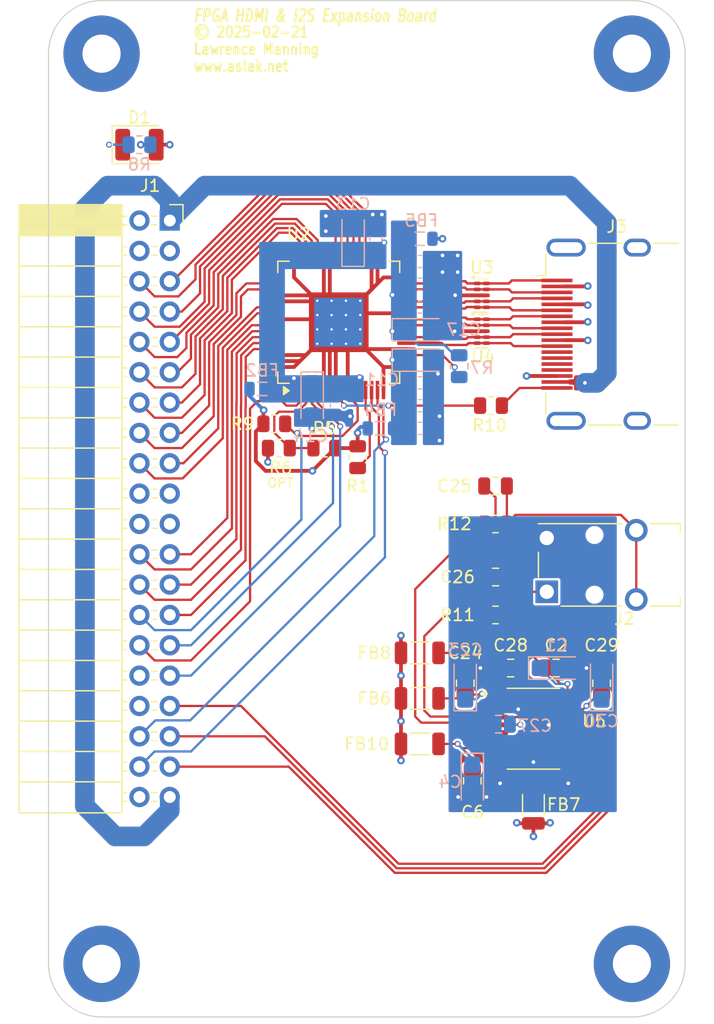
<source format=kicad_pcb>
(kicad_pcb (version 20241229) (generator "pcbnew") (generator_version "9.0")
  (layers (0 "F.Cu" signal) (4 "In1.Cu" power "Vcc") (6 "In2.Cu" power "GND") (2 "B.Cu" signal) (13 "F.Paste" user) (15 "B.Paste" user) (5 "F.SilkS" user "F.Silkscreen") (7 "B.SilkS" user "B.Silkscreen") (1 "F.Mask" user) (3 "B.Mask" user) (25 "Edge.Cuts" user))
  (net 0 "")
  (net 1 "+3V3")
  (net 2 "GND")
  (net 3 "/BLUE1")
  (net 4 "/RED3")
  (net 5 "/HSYNC")
  (net 6 "/GREEN0")
  (net 7 "/BLUE5")
  (net 8 "/GREEN1")
  (net 9 "/GREEN3")
  (net 10 "/RED1")
  (net 11 "/RED4")
  (net 12 "/RED2")
  (net 13 "/I2S/DVDD")
  (net 14 "/VSYNC")
  (net 15 "/GREEN2")
  (net 17 "/GREEN5")
  (net 19 "/RED0")
  (net 20 "/BLUE4")
  (net 21 "/I2S/AVDD")
  (net 23 "/RED5")
  (net 25 "/GREEN4")
  (net 26 "GNDA")
  (net 27 "/I2S/CPVDD")
  (net 28 "/BLUE0")
  (net 29 "Net-(C25-Pad1)")
  (net 30 "/BLUE3")
  (net 31 "/BLUE2")
  (net 32 "Net-(C26-Pad1)")
  (net 33 "Net-(U5-VNEG)")
  (net 34 "Net-(U5-CAPP)")
  (net 35 "Net-(U5-CAPM)")
  (net 36 "/I2S/LDOO")
  (net 37 "/I2SDIN")
  (net 40 "Net-(D1-K)")
  (net 42 "+5V")
  (net 45 "/MSEN")
  (net 46 "Net-(J3-HPD)")
  (net 47 "/PVDD")
  (net 48 "Net-(U2-VREF)")
  (net 49 "Net-(U2-TFADJ)")
  (net 50 "/HDMICLK")
  (net 51 "/D0+")
  (net 52 "/D0-")
  (net 53 "/D1-")
  (net 54 "/D2-")
  (net 55 "/DC+")
  (net 56 "/DC-")
  (net 57 "/D1+")
  (net 58 "/D2+")
  (net 59 "/DE")
  (net 60 "/HPD")
  (net 61 "/I2CSDA")
  (net 62 "/DVDD")
  (net 63 "/TVDD")
  (net 64 "/I2CSCL")
  (net 65 "/I2SBCK")
  (net 66 "/I2SLRCK")
  (net 67 "Net-(U2-ISEL{slash}~RST)")
  (net 68 "Net-(U5-OUTL)")
  (net 69 "Net-(U5-OUTR)")
  (footprint "Resistor_SMD:R_0805_2012Metric" (layer "F.Cu") (at 97.028 100.838)
    (property "Reference" "R9")
    (property "Value" "5K")
  )
  (footprint "Package_SO:TSSOP-20_4.4x6.5mm_P0.65mm" (layer "F.Cu") (at 118.745 126.365)
    (property "Reference" "U5")
    (property "Value" "PCM5100A")
  )
  (footprint "Connector_Audio:Jack_3.5mm_Switronic_ST-005-G_horizontal" (layer "F.Cu") (at 126.365 112.649 180)
    (property "Reference" "J2")
    (property "Value" "STEREO_AUDIOJACK")
  )
  (footprint "Inductor_SMD:L_1206_3216Metric" (layer "F.Cu") (at 109.22 120.015 180)
    (property "Reference" "FB8")
    (property "Value" "Bead")
  )
  (footprint "Capacitor_SMD:C_0805_2012Metric" (layer "F.Cu") (at 113.03 122.555 90)
    (property "Reference" "C24")
    (property "Value" "0.1u")
  )
  (footprint "MountingHole:MountingHole_3.2mm_M3_Pad" (layer "F.Cu") (at 127 146.05)
    (property "Reference" "H4" (hide yes))
    (property "Value" "HOLE")
  )
  (footprint "Capacitor_SMD:C_0805_2012Metric" (layer "F.Cu") (at 124.46 122.555 -90)
    (property "Reference" "C29")
    (property "Value" "0.1u")
  )
  (footprint "MountingHole:MountingHole_3.2mm_M3_Pad" (layer "F.Cu") (at 82.55 146.05)
    (property "Reference" "H3" (hide yes))
    (property "Value" "HOLE")
  )
  (footprint "Capacitor_SMD:C_0805_2012Metric" (layer "F.Cu") (at 113.625 130.73 -90)
    (property "Reference" "C6")
    (property "Value" "0.1u")
  )
  (footprint "Resistor_SMD:R_0805_2012Metric" (layer "F.Cu") (at 115.189 99.314)
    (property "Reference" "R10")
    (property "Value" "1K")
  )
  (footprint "Connector_PinSocket_2.54mm:PinSocket_2x20_P2.54mm_Horizontal" (layer "F.Cu") (at 88.265 83.82)
    (property "Reference" "J1")
    (property "Value" "Conn_02x20_Odd_Even")
  )
  (footprint "Capacitor_SMD:C_0805_2012Metric" (layer "F.Cu") (at 116.84 121.285)
    (property "Reference" "C28")
    (property "Value" "2.2u")
  )
  (footprint "Resistor_SMD:R_0805_2012Metric" (layer "F.Cu") (at 101.219 102.87 180)
    (property "Reference" "R5")
    (property "Value" "33K")
  )
  (footprint "Inductor_SMD:L_1206_3216Metric" (layer "F.Cu") (at 109.22 127.635 180)
    (property "Reference" "FB10")
    (property "Value" "Bead")
  )
  (footprint "Resistor_SMD:R_0805_2012Metric" (layer "F.Cu") (at 104.013 103.632 -90)
    (property "Reference" "R1")
    (property "Value" "1K")
  )
  (footprint "Capacitor_SMD:C_0805_2012Metric" (layer "F.Cu") (at 120.65 121.285)
    (property "Reference" "C2")
    (property "Value" "0.1u")
  )
  (footprint "Connector_Video:HDMI_A_Molex_208658-1001_Horizontal" (layer "F.Cu") (at 124.01 93.334)
    (property "Reference" "J3")
    (property "Value" "HDMI_A")
  )
  (footprint "Resistor_SMD:R_0805_2012Metric" (layer "F.Cu") (at 115.57 109.22)
    (property "Reference" "R12")
    (property "Value" "470")
  )
  (footprint "Resistor_SMD:R_0805_2012Metric" (layer "F.Cu") (at 115.57 116.84)
    (property "Reference" "R11")
    (property "Value" "470")
  )
  (footprint "LED_SMD:LED_1210_3225Metric" (layer "F.Cu") (at 85.725 77.47)
    (property "Reference" "D1")
    (property "Value" "POWERLED")
  )
  (footprint "Package_SON:USON-10_2.5x1.0mm_P0.5mm" (layer "F.Cu") (at 114.4175 93.084)
    (property "Reference" "U4")
    (property "Value" "TPD4E02B04DQA")
  )
  (footprint "Package_SON:USON-10_2.5x1.0mm_P0.5mm" (layer "F.Cu") (at 114.4175 90.084)
    (property "Reference" "U3")
    (property "Value" "TPD4E02B04DQA")
  )
  (footprint "Capacitor_SMD:C_0805_2012Metric" (layer "F.Cu") (at 115.57 106.045 180)
    (property "Reference" "C25")
    (property "Value" "10n")
  )
  (footprint "Package_QFP:LQFP-64-1EP_10x10mm_P0.5mm_EP5x5mm_ThermalVias" (layer "F.Cu") (at 102.43 92.334 90)
    (property "Reference" "U2")
    (property "Value" "TFP410PAP")
  )
  (footprint "Inductor_SMD:L_1206_3216Metric" (layer "F.Cu") (at 109.22 123.825 180)
    (property "Reference" "FB6")
    (property "Value" "Bead")
  )
  (footprint "Capacitor_SMD:C_0805_2012Metric" (layer "F.Cu") (at 115.57 113.665 180)
    (property "Reference" "C26")
    (property "Value" "10n")
  )
  (footprint "MountingHole:MountingHole_3.2mm_M3_Pad" (layer "F.Cu") (at 127 69.85)
    (property "Reference" "H2" (hide yes))
    (property "Value" "HOLE")
  )
  (footprint "Resistor_SMD:R_0805_2012Metric" (layer "F.Cu") (at 97.409 102.87)
    (property "Reference" "R6")
    (property "Value" "91K")
  )
  (footprint "Inductor_SMD:L_1206_3216Metric" (layer "F.Cu") (at 118.745 132.715 -90)
    (property "Reference" "FB7")
    (property "Value" "Bead")
  )
  (footprint "MountingHole:MountingHole_3.2mm_M3_Pad" (layer "F.Cu") (at 82.55 69.85)
    (property "Reference" "H1" (hide yes))
    (property "Value" "HOLE")
  )
  (footprint "Capacitor_SMD:C_0603_1608Metric" (layer "B.Cu") (at 109.22 91.059)
    (property "Reference" "C19" (hide yes))
    (property "Value" "100n")
  )
  (footprint "Capacitor_Tantalum_SMD:CP_EIA-3216-18_Kemet-A" (layer "B.Cu") (at 120.65 121.285)
    (property "Reference" "C1")
    (property "Value" "10u")
  )
  (footprint "Capacitor_SMD:C_0805_2012Metric" (layer "B.Cu") (at 115.824 125.984 180)
    (property "Reference" "C27")
    (property "Value" "2.2u")
  )
  (footprint "Inductor_SMD:L_0805_2012Metric" (layer "B.Cu") (at 105.918 101.219 180)
    (property "Reference" "FB4")
    (property "Value" "Bead")
  )
  (footprint "Inductor_SMD:L_0805_2012Metric" (layer "B.Cu") (at 109.22 85.344)
    (property "Reference" "FB5")
    (property "Value" "Bead")
  )
  (footprint "Capacitor_Tantalum_SMD:CP_EIA-3216-18_Kemet-A" (layer "B.Cu") (at 100.203 98.806 -90)
    (property "Reference" "C14")
    (property "Value" "10u")
  )
  (footprint "Resistor_SMD:R_0805_2012Metric" (layer "B.Cu") (at 85.725 77.47)
    (property "Reference" "R8")
    (property "Value" "1K")
  )
  (footprint "Capacitor_SMD:C_0603_1608Metric" (layer "B.Cu") (at 109.22 99.314)
    (property "Reference" "C12" (hide yes))
    (property "Value" "100n")
  )
  (footprint "Capacitor_Tantalum_SMD:CP_EIA-3216-18_Kemet-A" (layer "B.Cu") (at 103.632 85.344 90)
    (property "Reference" "C13")
    (property "Value" "10u")
  )
  (footprint "Capacitor_Tantalum_SMD:CP_EIA-3216-18_Kemet-A" (layer "B.Cu") (at 113.625 130.73 -90)
    (property "Reference" "C4")
    (property "Value" "10u")
  )
  (footprint "Capacitor_SMD:C_0603_1608Metric" (layer "B.Cu") (at 109.22 87.249)
    (property "Reference" "C22" (hide yes))
    (property "Value" "100n")
  )
  (footprint "Capacitor_SMD:C_0603_1608Metric" (layer "B.Cu") (at 105.537 85.344 90)
    (property "Reference" "C16" (hide yes))
    (property "Value" "100n")
  )
  (footprint "Capacitor_Tantalum_SMD:CP_EIA-3216-18_Kemet-A" (layer "B.Cu") (at 109.22 95.504)
    (property "Reference" "C11")
    (property "Value" "10u")
  )
  (footprint "Capacitor_Tantalum_SMD:CP_EIA-3216-18_Kemet-A" (layer "B.Cu") (at 113.03 122.555 90)
    (property "Reference" "C23")
    (property "Value" "10u")
  )
  (footprint "Inductor_SMD:L_0805_2012Metric" (layer "B.Cu") (at 96.012 97.917 180)
    (property "Reference" "FB2")
    (property "Value" "Bead")
  )
  (footprint "Capacitor_SMD:C_0603_1608Metric" (layer "B.Cu") (at 102.235 99.314 -90)
    (property "Reference" "C15" (hide yes))
    (property "Value" "100n")
  )
  (footprint "Capacitor_Tantalum_SMD:CP_EIA-3216-18_Kemet-A" (layer "B.Cu") (at 124.46 122.555 90)
    (property "Reference" "C30")
    (property "Value" "10u")
  )
  (footprint "Capacitor_SMD:C_0603_1608Metric" (layer "B.Cu") (at 109.22 89.154)
    (property "Reference" "C18" (hide yes))
    (property "Value" "100n")
  )
  (footprint "Capacitor_SMD:C_0603_1608Metric" (layer "B.Cu") (at 109.22 97.409)
    (property "Reference" "C20" (hide yes))
    (property "Value" "100n")
  )
  (footprint "Resistor_SMD:R_0805_2012Metric" (layer "B.Cu") (at 112.522 96.012 -90)
    (property "Reference" "R7")
    (property "Value" "510")
  )
  (footprint "Capacitor_Tantalum_SMD:CP_EIA-3216-18_Kemet-A" (layer "B.Cu") (at 109.22 92.964)
    (property "Reference" "C17")
    (property "Value" "10u")
  )
  (footprint "Capacitor_SMD:C_0603_1608Metric" (layer "B.Cu") (at 109.22 101.219)
    (property "Reference" "C21" (hide yes))
    (property "Value" "100n")
  )
  (gr_arc (start 82.55 150.495) (mid 79.40691 149.19309) (end 78.105 146.05) (stroke (width 0.1)) (layer "Edge.Cuts"))
  (gr_line (start 78.105 69.85) (end 78.105 146.05) (stroke (width 0.1)) (layer "Edge.Cuts"))
  (gr_arc (start 131.456224 146.049885) (mid 130.175007 149.191115) (end 127.043134 150.495039) (stroke (width 0.1)) (layer "Edge.Cuts"))
  (gr_arc (start 127.043131 65.404885) (mid 130.174997 66.708788) (end 131.456221 69.85) (stroke (width 0.1)) (layer "Edge.Cuts"))
  (gr_arc (start 78.105 69.85) (mid 79.40691 66.70691) (end 82.55 65.405) (stroke (width 0.1)) (layer "Edge.Cuts"))
  (gr_line (start 82.55 65.405) (end 127.043131 65.404885) (stroke (width 0.1)) (layer "Edge.Cuts"))
  (gr_line (start 127.043134 150.495) (end 82.55 150.495) (stroke (width 0.1)) (layer "Edge.Cuts"))
  (gr_line (start 131.456224 69.849885) (end 131.456224 146.049885) (stroke (width 0.1)) (layer "Edge.Cuts"))
  (gr_text "© 2025-02-21\nLawrence Manning\nwww.aslak.net" (at 90.17 69.469 0) (layer "F.SilkS") (effects (font (size 0.889 0.762) (thickness 0.1778) (bold yes)) (justify left)))
  (gr_text "OPT" (at 97.536 105.791 0) (layer "F.SilkS") (effects (font (size 0.762 0.762) (thickness 0.127) (bold yes))))
  (gr_text "FPGA HDMI & I2S Expansion Board" (at 90.17 66.675 0) (layer "F.SilkS") (effects (font (size 1.016 0.762) (thickness 0.1905) (bold yes) (italic yes)) (justify left)))
  (segment (start 107.645 121.92) (end 107.645 123.825) (width 0.3175) (layer "F.Cu") (net 1))
  (segment (start 100.2265 104.775) (end 102.1315 102.87) (width 0.3175) (layer "F.Cu") (net 1))
  (segment (start 87.125 77.47) (end 88.265 77.47) (width 0.3175) (layer "F.Cu") (net 1))
  (segment (start 104.013 101.6) (end 104.013 102.7195) (width 0.3175) (layer "F.Cu") (net 1))
  (segment (start 95.4805 101.473) (end 96.1155 100.838) (width 0.3175) (layer "F.Cu") (net 1))
  (segment (start 102.1315 102.87) (end 103.8625 102.87) (width 0.3175) (layer "F.Cu") (net 1))
  (segment (start 103.8625 102.87) (end 104.013 102.7195) (width 0.3175) (layer "F.Cu") (net 1))
  (segment (start 95.4805 103.963427) (end 95.4805 101.473) (width 0.3175) (layer "F.Cu") (net 1))
  (segment (start 107.645 118.567) (end 107.645 120.015) (width 0.3175) (layer "F.Cu") (net 1))
  (segment (start 96.1155 100.631) (end 96.092 100.6075) (width 0.3175) (layer "F.Cu") (net 1))
  (segment (start 96.1155 99.7185) (end 96.1155 100.838) (width 0.3175) (layer "F.Cu") (net 1))
  (segment (start 96.139 99.695) (end 96.1155 99.7185) (width 0.3175) (layer "F.Cu") (net 1))
  (segment (start 100.2265 104.775) (end 96.292073 104.775) (width 0.3175) (layer "F.Cu") (net 1))
  (segment (start 107.645 120.015) (end 107.645 121.92) (width 0.3175) (layer "F.Cu") (net 1))
  (segment (start 96.292073 104.775) (end 95.4805 103.963427) (width 0.3175) (layer "F.Cu") (net 1))
  (segment (start 107.645 123.825) (end 107.645 127.635) (width 0.3175) (layer "F.Cu") (net 1))
  (segment (start 107.645 129.032) (end 107.645 127.635) (width 0.3175) (layer "F.Cu") (net 1))
  (segment (start 96.1155 100.838) (end 96.1155 100.631) (width 0.3175) (layer "F.Cu") (net 1))
  (via (at 88.265 77.47) (size 0.635) (drill 0.3048) (layers "F.Cu" "B.Cu") (net 1))
  (via (at 111.125 85.344) (size 0.635) (drill 0.3048) (layers "F.Cu" "B.Cu") (net 1))
  (via (at 107.645 129.032) (size 0.635) (drill 0.3048) (layers "F.Cu" "B.Cu") (net 1))
  (via (at 104.013 101.6) (size 0.635) (drill 0.3048) (layers "F.Cu" "B.Cu") (net 1))
  (via (at 96.139 99.695) (size 0.635) (drill 0.3048) (layers "F.Cu" "B.Cu") (net 1))
  (via (at 107.645 118.567) (size 0.635) (drill 0.3048) (layers "F.Cu" "B.Cu") (net 1))
  (via (at 100.2265 104.775) (size 0.635) (drill 0.3048) (layers "F.Cu" "B.Cu") (net 1))
  (via (at 107.645 121.92) (size 0.635) (drill 0.3048) (layers "F.Cu" "B.Cu") (net 1))
  (via (at 107.645 125.73) (size 0.635) (drill 0.3048) (layers "F.Cu" "B.Cu") (net 1))
  (segment (start 104.267 101.092) (end 104.7285 101.092) (width 0.3175) (layer "B.Cu") (net 1))
  (segment (start 104.013 101.346) (end 104.267 101.092) (width 0.3175) (layer "B.Cu") (net 1))
  (segment (start 94.9495 98.5055) (end 94.9495 97.917) (width 0.3175) (layer "B.Cu") (net 1))
  (segment (start 104.7285 101.092) (end 104.8555 101.219) (width 0.3175) (layer "B.Cu") (net 1))
  (segment (start 96.139 99.695) (end 94.9495 98.5055) (width 0.3175) (layer "B.Cu") (net 1))
  (segment (start 110.2825 85.344) (end 111.125 85.344) (width 0.3175) (layer "B.Cu") (net 1))
  (segment (start 104.013 101.6) (end 104.013 101.346) (width 0.3175) (layer "B.Cu") (net 1))
  (segment (start 106.18 96.084) (end 106.18 98.034) (width 0.3175) (layer "F.Cu") (net 2))
  (segment (start 118.745 134.29) (end 117.399 134.29) (width 0.3175) (layer "F.Cu") (net 2))
  (segment (start 123.3 89.3) (end 123.266 89.334) (width 0.3175) (layer "F.Cu") (net 2))
  (segment (start 112.148 93.084) (end 114.0325 93.084) (width 0.3175) (layer "F.Cu") (net 2))
  (segment (start 123.266 92.334) (end 121.355 92.334) (width 0.3175) (layer "F.Cu") (net 2))
  (segment (start 114.0325 90.084) (end 114.8025 90.084) (width 0.3175) (layer "F.Cu") (net 2))
  (segment (start 105.18 89.584) (end 105.18 86.659) (width 0.3175) (layer "F.Cu") (net 2))
  (segment (start 112.182 90.07) (end 112.196 90.084) (width 0.3175) (layer "F.Cu") (net 2))
  (segment (start 104.38 91.584) (end 104.23 91.734) (width 0.3175) (layer "F.Cu") (net 2))
  (segment (start 96.755 95.084) (end 99.68 95.084) (width 0.3175) (layer "F.Cu") (net 2))
  (segment (start 123.284 93.834) (end 121.355 93.834) (width 0.3175) (layer "F.Cu") (net 2))
  (segment (start 105.68 89.084) (end 105.68 86.659) (width 0.3175) (layer "F.Cu") (net 2))
  (segment (start 104.23 90.534) (end 105.18 89.584) (width 0.3175) (layer "F.Cu") (net 2))
  (segment (start 118.745 134.29) (end 120.091 134.29) (width 0.3175) (layer "F.Cu") (net 2))
  (segment (start 123.3 93.85) (end 123.284 93.834) (width 0.3175) (layer "F.Cu") (net 2))
  (segment (start 108.105 94.584) (end 104.68 94.584) (width 0.3175) (layer "F.Cu") (net 2))
  (segment (start 118.17 96.834) (end 120.725 96.834) (width 0.3175) (layer "F.Cu") (net 2))
  (segment (start 96.755 96.084) (end 98.68 96.084) (width 0.3175) (layer "F.Cu") (net 2))
  (segment (start 123.3 90.9) (end 123.234 90.834) (width 0.3175) (layer "F.Cu") (net 2))
  (segment (start 108.105 88.584) (end 106.18 88.584) (width 0.3175) (layer "F.Cu") (net 2))
  (segment (start 104.68 94.584) (end 104.23 94.134) (width 0.3175) (layer "F.Cu") (net 2))
  (segment (start 96.4965 104.0365) (end 96.4965 102.87) (width 0.3175) (layer "F.Cu") (net 2))
  (segment (start 103.18 98.009) (end 103.18 94.284) (width 0.3175) (layer "F.Cu") (net 2))
  (segment (start 101.68 98.009) (end 101.68 94.284) (width 0.3175) (layer "F.Cu") (net 2))
  (segment (start 106.18 88.584) (end 104.23 90.534) (width 0.3175) (layer "F.Cu") (net 2))
  (segment (start 101.18 91.084) (end 101.18 86.659) (width 0.3175) (layer "F.Cu") (net 2))
  (segment (start 120.091 134.29) (end 120.142 134.239) (width 0.3175) (layer "F.Cu") (net 2))
  (segment (start 102.18 98.009) (end 102.18 94.484) (width 0.3175) (layer "F.Cu") (net 2))
  (segment (start 117.399 134.29) (end 117.348 134.239) (width 0.3175) (layer "F.Cu") (net 2))
  (segment (start 112.196 90.084) (end 114.0325 90.084) (width 0.3175) (layer "F.Cu") (net 2))
  (segment (start 100.58 90.584) (end 96.755 90.584) (width 0.3175) (layer "F.Cu") (net 2))
  (segment (start 96.755 90.084) (end 100.18 90.084) (width 0.3175) (layer "F.Cu") (net 2))
  (segment (start 101.68 94.284) (end 101.83 94.134) (width 0.3175) (layer "F.Cu") (net 2))
  (segment (start 103.18 94.284) (end 103.03 94.134) (width 0.3175) (layer "F.Cu") (net 2))
  (segment (start 100.18 90.084) (end 100.63 90.534) (width 0.3175) (layer "F.Cu") (net 2))
  (segment (start 99.18 95.584) (end 100.63 94.134) (width 0.3175) (layer "F.Cu") (net 2))
  (segment (start 100.28 92.084) (end 96.73 92.084) (width 0.3175) (layer "F.Cu") (net 2))
  (segment (start 123.234 90.834) (end 121.355 90.834) (width 0.3175) (layer "F.Cu") (net 2))
  (segment (start 100.63 91.734) (end 100.28 92.084) (width 0.3175) (layer "F.Cu") (net 2))
  (segment (start 123.266 89.334) (end 121.355 89.334) (width 0.3175) (layer "F.Cu") (net 2))
  (segment (start 100.93 94.434) (end 100.63 94.134) (width 0.3175) (layer "F.Cu") (net 2))
  (segment (start 102.43 92.334) (end 101.18 91.084) (width 0.3175) (layer "F.Cu") (net 2))
  (segment (start 101.83 90.534) (end 101.68 90.384) (width 0.3175) (layer "F.Cu") (net 2))
  (segment (start 104.23 90.534) (end 105.68 89.084) (width 0.3175) (layer "F.Cu") (net 2))
  (segment (start 100.63 90.534) (end 100.58 90.584) (width 0.3175) (layer "F.Cu") (net 2))
  (segment (start 106.18 96.084) (end 108.13 96.084) (width 0.3175) (layer "F.Cu") (net 2))
  (segment (start 100.63 90.534) (end 98.68 88.584) (width 0.3175) (layer "F.Cu") (net 2))
  (segment (start 101.18 98.009) (end 101.18 94.784) (width 0.3175) (layer "F.Cu") (net 2))
  (segment (start 106.18 96.084) (end 104.23 94.134) (width 0.3175) (layer "F.Cu") (net 2))
  (segment (start 101.18 94.784) (end 101.83 94.134) (width 0.3175) (layer "F.Cu") (net 2))
  (segment (start 101.68 90.384) (end 101.68 86.659) (width 0.3175) (layer "F.Cu") (net 2))
  (segment (start 98.68 88.584) (end 98.68 86.659) (width 0.3175) (layer "F.Cu") (net 2))
  (segment (start 98.68 96.084) (end 100.63 94.134) (width 0.3175) (layer "F.Cu") (net 2))
  (segment (start 108.105 91.584) (end 104.38 91.584) (width 0.3175) (layer "F.Cu") (net 2))
  (segment (start 112.141 93.091) (end 112.148 93.084) (width 0.3175) (layer "F.Cu") (net 2))
  (segment (start 99.68 95.084) (end 100.63 94.134) (width 0.3175) (layer "F.Cu") (net 2))
  (segment (start 96.755 95.584) (end 99.18 95.584) (width 0.3175) (layer "F.Cu") (net 2))
  (segment (start 118.745 134.29) (end 118.745 135.382) (width 0.3175) (layer "F.Cu") (net 2))
  (segment (start 123.3 92.3) (end 123.266 92.334) (width 0.3175) (layer "F.Cu") (net 2))
  (segment (start 102.18 94.484) (end 101.83 94.134) (width 0.3175) (layer "F.Cu") (net 2))
  (segment (start 114.8025 93.084) (end 114.0325 93.084) (width 0.3175) (layer "F.Cu") (net 2))
  (via (at 117.348 134.239) (size 0.635) (drill 0.3048) (layers "F.Cu" "B.Cu") (net 2))
  (via (at 111.125 88.138) (size 0.635) (drill 0.3048) (layers "F.Cu" "B.Cu") (net 2))
  (via (at 123.3 93.85) (size 0.635) (drill 0.3048) (layers "F.Cu" "B.Cu") (net 2))
  (via (at 110.871 100.203) (size 0.635) (drill 0.3048) (layers "F.Cu" "B.Cu") (net 2))
  (via (at 103.378 100.203) (size 0.635) (drill 0.3048) (layers "F.Cu" "B.Cu") (net 2))
  (via (at 123.3 90.9) (size 0.635) (drill 0.3048) (layers "F.Cu" "B.Cu") (net 2))
  (via (at 118.745 135.382) (size 0.635) (drill 0.3048) (layers "F.Cu" "B.Cu") (net 2))
  (via (at 112.395 88.138) (size 0.635) (drill 0.3048) (layers "F.Cu" "B.Cu") (net 2))
  (via (at 112.182 90.07) (size 0.635) (drill 0.3048) (layers "F.Cu" "B.Cu") (net 2))
  (via (at 101.346 84.709) (size 0.635) (drill 0.3048) (layers "F.Cu" "B.Cu") (net 2))
  (via (at 106.045 83.312) (size 0.635) (drill 0.3048) (layers "F.Cu" "B.Cu") (net 2))
  (via (at 85.833 77.47) (size 0.635) (drill 0.3048) (layers "F.Cu" "B.Cu") (net 2))
  (via (at 110.744 96.647) (size 0.635) (drill 0.3048) (layers "F.Cu" "B.Cu") (net 2))
  (via (at 123.3 89.3) (size 0.635) (drill 0.3048) (layers "F.Cu" "B.Cu") (net 2))
  (via (at 110.871 102.235) (size 0.635) (drill 0.3048) (layers "F.Cu" "B.Cu") (net 2))
  (via (at 118.17 96.834) (size 0.635) (drill 0.3048) (layers "F.Cu" "B.Cu") (net 2))
  (via (at 111.125 86.741) (size 0.635) (drill 0.3048) (layers "F.Cu" "B.Cu") (net 2))
  (via (at 100.203 101.219) (size 0.635) (drill 0.3048) (layers "F.Cu" "B.Cu") (net 2))
  (via (at 123.3 92.3) (size 0.635) (drill 0.3048) (layers "F.Cu" "B.Cu") (net 2))
  (via (at 101.346 83.439) (size 0.635) (drill 0.3048) (layers "F.Cu" "B.Cu") (net 2))
  (via (at 112.395 86.741) (size 0.635) (drill 0.3048) (layers "F.Cu" "B.Cu") (net 2))
  (via (at 105.283 83.312) (size 0.635) (drill 0.3048) (layers "F.Cu" "B.Cu") (net 2))
  (via (at 112.141 93.091) (size 0.635) (drill 0.3048) (layers "F.Cu" "B.Cu") (net 2))
  (via (at 120.142 134.239) (size 0.635) (drill 0.3048) (layers "F.Cu" "B.Cu") (net 2))
  (via (at 96.4965 104.0365) (size 0.635) (drill 0.3048) (layers "F.Cu" "B.Cu") (net 2))
  (segment (start 100.203 100.156) (end 100.203 101.219) (width 0.3175) (layer "B.Cu") (net 2))
  (segment (start 86.6375 77.47) (end 85.833 77.47) (width 0.3175) (layer "B.Cu") (net 2))
  (segment (start 94.249408 99.23696) (end 94.234 99.252368) (width 0.1905) (layer "F.Cu") (net 3))
  (segment (start 86.995 115.57) (end 85.725 114.3) (width 0.1905) (layer "F.Cu") (net 3))
  (segment (start 94.234 99.252368) (end 94.234 111.379) (width 0.1905) (layer "F.Cu") (net 3))
  (segment (start 95.261792 94.084) (end 94.249408 95.096384) (width 0.1905) (layer "F.Cu") (net 3))
  (segment (start 94.234 111.379) (end 90.043 115.57) (width 0.1905) (layer "F.Cu") (net 3))
  (segment (start 96.73 94.084) (end 95.261792 94.084) (width 0.1905) (layer "F.Cu") (net 3))
  (segment (start 90.043 115.57) (end 86.995 115.57) (width 0.1905) (layer "F.Cu") (net 3))
  (segment (start 94.249408 95.096384) (end 94.249408 99.23696) (width 0.1905) (layer "F.Cu") (net 3))
  (segment (start 103.665 83.125552) (end 101.819448 81.28) (width 0.1905) (layer "F.Cu") (net 4))
  (segment (start 90.805 89.916) (end 89.281 91.44) (width 0.1905) (layer "F.Cu") (net 4))
  (segment (start 103.665 86.629) (end 103.665 83.125552) (width 0.1905) (layer "F.Cu") (net 4))
  (segment (start 101.819448 81.28) (end 97.193288 81.28) (width 0.1905) (layer "F.Cu") (net 4))
  (segment (start 97.193288 81.28) (end 90.805 87.668288) (width 0.1905) (layer "F.Cu") (net 4))
  (segment (start 89.281 91.44) (end 88.265 91.44) (width 0.1905) (layer "F.Cu") (net 4))
  (segment (start 90.805 87.668288) (end 90.805 89.916) (width 0.1905) (layer "F.Cu") (net 4))
  (segment (start 101.854 100.826372) (end 101.854 101.06025) (width 0.1905) (layer "F.Cu") (net 5))
  (segment (start 100.18 99.152372) (end 101.854 100.826372) (width 0.1905) (layer "F.Cu") (net 5))
  (segment (start 100.18 98.034) (end 100.18 99.152372) (width 0.1905) (layer "F.Cu") (net 5))
  (via (at 101.854 101.06025) (size 0.508) (drill 0.3048) (layers "F.Cu" "B.Cu") (net 5))
  (segment (start 90.043 119.38) (end 101.94925 107.47375) (width 0.1905) (layer "B.Cu") (net 5))
  (segment (start 101.94925 107.47375) (end 101.94925 101.1555) (width 0.1905) (layer "B.Cu") (net 5))
  (segment (start 88.265 119.38) (end 90.043 119.38) (width 0.1905) (layer "B.Cu") (net 5))
  (segment (start 101.94925 101.1555) (end 101.854 101.06025) (width 0.1905) (layer "B.Cu") (net 5))
  (segment (start 96.935552 83.693) (end 96.712368 83.916185) (width 0.1905) (layer "F.Cu") (net 6))
  (segment (start 92.329 88.299552) (end 92.329 91.089816) (width 0.1905) (layer "F.Cu") (net 6))
  (segment (start 90.043 93.375816) (end 90.043 95.377) (width 0.1905) (layer "F.Cu") (net 6))
  (segment (start 96.712368 83.916185) (end 92.71 87.918552) (width 0.1905) (layer "F.Cu") (net 6))
  (segment (start 92.329 91.089816) (end 90.043 93.375816) (width 0.1905) (layer "F.Cu") (net 6))
  (segment (start 100.665 85.459552) (end 98.898448 83.693) (width 0.1905) (layer "F.Cu") (net 6))
  (segment (start 92.71 87.918552) (end 92.329 88.299552) (width 0.1905) (layer "F.Cu") (net 6))
  (segment (start 90.043 95.377) (end 88.9 96.52) (width 0.1905) (layer "F.Cu") (net 6))
  (segment (start 88.9 96.52) (end 88.265 96.52) (width 0.1905) (layer "F.Cu") (net 6))
  (segment (start 100.665 86.629) (end 100.665 85.459552) (width 0.1905) (layer "F.Cu") (net 6))
  (segment (start 98.898448 83.693) (end 96.935552 83.693) (width 0.1905) (layer "F.Cu") (net 6))
  (segment (start 92.329 101.219) (end 92.329 94.322712) (width 0.1905) (layer "F.Cu") (net 7))
  (segment (start 95.567712 91.084) (end 96.73 91.084) (width 0.1905) (layer "F.Cu") (net 7))
  (segment (start 92.329 94.322712) (end 95.567712 91.084) (width 0.1905) (layer "F.Cu") (net 7))
  (segment (start 89.408 104.14) (end 92.329 101.219) (width 0.1905) (layer "F.Cu") (net 7))
  (segment (start 88.265 104.14) (end 89.408 104.14) (width 0.1905) (layer "F.Cu") (net 7))
  (segment (start 92.71 88.457368) (end 92.71 91.247632) (width 0.1905) (layer "F.Cu") (net 8))
  (segment (start 92.71 91.247632) (end 90.424 93.533632) (width 0.1905) (layer "F.Cu") (net 8))
  (segment (start 100.165 85.498368) (end 98.740632 84.074) (width 0.1905) (layer "F.Cu") (net 8))
  (segment (start 98.740632 84.074) (end 97.093368 84.074) (width 0.1905) (layer "F.Cu") (net 8))
  (segment (start 89.281 97.79) (end 86.995 97.79) (width 0.1905) (layer "F.Cu") (net 8))
  (segment (start 86.995 97.79) (end 85.725 96.52) (width 0.1905) (layer "F.Cu") (net 8))
  (segment (start 90.424 96.647) (end 89.281 97.79) (width 0.1905) (layer "F.Cu") (net 8))
  (segment (start 90.424 93.533632) (end 90.424 96.647) (width 0.1905) (layer "F.Cu") (net 8))
  (segment (start 97.093368 84.074) (end 92.71 88.457368) (width 0.1905) (layer "F.Cu") (net 8))
  (segment (start 100.165 86.629) (end 100.165 85.498368) (width 0.1905) (layer "F.Cu") (net 8))
  (segment (start 86.995 100.33) (end 85.725 99.06) (width 0.1905) (layer "F.Cu") (net 9))
  (segment (start 93.472 88.773) (end 93.472 91.563264) (width 0.1905) (layer "F.Cu") (net 9))
  (segment (start 99.165 86.629) (end 99.165 85.576) (width 0.1905) (layer "F.Cu") (net 9))
  (segment (start 89.281 100.33) (end 86.995 100.33) (width 0.1905) (layer "F.Cu") (net 9))
  (segment (start 97.409 84.836) (end 93.472 88.773) (width 0.1905) (layer "F.Cu") (net 9))
  (segment (start 99.165 85.576) (end 98.425 84.836) (width 0.1905) (layer "F.Cu") (net 9))
  (segment (start 93.472 91.563264) (end 91.186 93.849264) (width 0.1905) (layer "F.Cu") (net 9))
  (segment (start 98.425 84.836) (end 97.409 84.836) (width 0.1905) (layer "F.Cu") (net 9))
  (segment (start 91.186 98.425) (end 89.281 100.33) (width 0.1905) (layer "F.Cu") (net 9))
  (segment (start 91.186 93.849264) (end 91.186 98.425) (width 0.1905) (layer "F.Cu") (net 9))
  (segment (start 91.567 90.774184) (end 88.361184 93.98) (width 0.1905) (layer "F.Cu") (net 10))
  (segment (start 88.361184 93.98) (end 88.265 93.98) (width 0.1905) (layer "F.Cu") (net 10))
  (segment (start 102.665 83.203185) (end 101.503815 82.042) (width 0.1905) (layer "F.Cu") (net 10))
  (segment (start 97.50892 82.042) (end 91.567 87.98392) (width 0.1905) (layer "F.Cu") (net 10))
  (segment (start 91.567 87.98392) (end 91.567 90.774184) (width 0.1905) (layer "F.Cu") (net 10))
  (segment (start 101.503815 82.042) (end 97.50892 82.042) (width 0.1905) (layer "F.Cu") (net 10))
  (segment (start 102.665 86.629) (end 102.665 83.203185) (width 0.1905) (layer "F.Cu") (net 10))
  (segment (start 90.424 88.742184) (end 88.996184 90.17) (width 0.1905) (layer "F.Cu") (net 11))
  (segment (start 86.995 90.17) (end 85.725 88.9) (width 0.1905) (layer "F.Cu") (net 11))
  (segment (start 104.165 83.086736) (end 101.977264 80.899) (width 0.1905) (layer "F.Cu") (net 11))
  (segment (start 88.996184 90.17) (end 86.995 90.17) (width 0.1905) (layer "F.Cu") (net 11))
  (segment (start 104.165 86.629) (end 104.165 83.086736) (width 0.1905) (layer "F.Cu") (net 11))
  (segment (start 101.977264 80.899) (end 97.035472 80.899) (width 0.1905) (layer "F.Cu") (net 11))
  (segment (start 90.424 87.510472) (end 90.424 88.742184) (width 0.1905) (layer "F.Cu") (net 11))
  (segment (start 97.035472 80.899) (end 90.424 87.510472) (width 0.1905) (layer "F.Cu") (net 11))
  (segment (start 103.165 86.629) (end 103.165 83.164368) (width 0.1905) (layer "F.Cu") (net 12))
  (segment (start 91.186 87.826104) (end 91.186 90.616368) (width 0.1905) (layer "F.Cu") (net 12))
  (segment (start 97.351104 81.661) (end 91.186 87.826104) (width 0.1905) (layer "F.Cu") (net 12))
  (segment (start 101.661632 81.661) (end 97.351104 81.661) (width 0.1905) (layer "F.Cu") (net 12))
  (segment (start 91.186 90.616368) (end 89.092368 92.71) (width 0.1905) (layer "F.Cu") (net 12))
  (segment (start 89.092368 92.71) (end 86.995 92.71) (width 0.1905) (layer "F.Cu") (net 12))
  (segment (start 103.165 83.164368) (end 101.661632 81.661) (width 0.1905) (layer "F.Cu") (net 12))
  (segment (start 86.995 92.71) (end 85.725 91.44) (width 0.1905) (layer "F.Cu") (net 12))
  (segment (start 118.43 120.015) (end 119.7 121.285) (width 0.1905) (layer "F.Cu") (net 13))
  (segment (start 121.0285 122.6135) (end 119.7 121.285) (width 0.1905) (layer "F.Cu") (net 13))
  (segment (start 121.6075 122.6135) (end 121.0285 122.6135) (width 0.1905) (layer "F.Cu") (net 13))
  (segment (start 110.795 120.015) (end 118.43 120.015) (width 0.1905) (layer "F.Cu") (net 13))
  (segment (start 121.6075 122.6135) (end 121.6075 123.44) (width 0.1905) (layer "F.Cu") (net 13))
  (via (at 121.6075 122.6135) (size 0.508) (drill 0.3048) (layers "F.Cu" "B.Cu") (net 13))
  (segment (start 121.6075 122.6135) (end 120.6285 122.6135) (width 0.1905) (layer "B.Cu") (net 13))
  (segment (start 120.6285 122.6135) (end 119.3 121.285) (width 0.1905) (layer "B.Cu") (net 13))
  (segment (start 102.552503 101.06025) (end 102.552503 100.986059) (width 0.1905) (layer "F.Cu") (net 14))
  (segment (start 102.552503 100.986059) (end 100.68 99.113556) (width 0.1905) (layer "F.Cu") (net 14))
  (segment (start 100.68 99.113556) (end 100.68 98.034) (width 0.1905) (layer "F.Cu") (net 14))
  (via (at 102.552503 101.06025) (size 0.508) (drill 0.3048) (layers "F.Cu" "B.Cu") (net 14))
  (segment (start 102.552503 101.06025) (end 102.54806 101.064693) (width 0.1905) (layer "B.Cu") (net 14))
  (segment (start 90.043 121.92) (end 88.265 121.92) (width 0.1905) (layer "B.Cu") (net 14))
  (segment (start 102.54806 101.064693) (end 102.54806 109.41494) (width 0.1905) (layer "B.Cu") (net 14))
  (segment (start 102.54806 109.41494) (end 90.043 121.92) (width 0.1905) (layer "B.Cu") (net 14))
  (segment (start 93.091 88.615184) (end 93.091 91.405448) (width 0.1905) (layer "F.Cu") (net 15))
  (segment (start 93.091 91.405448) (end 90.805 93.691448) (width 0.1905) (layer "F.Cu") (net 15))
  (segment (start 93.599 88.107184) (end 93.091 88.615184) (width 0.1905) (layer "F.Cu") (net 15))
  (segment (start 98.582816 84.455) (end 97.251184 84.455) (width 0.1905) (layer "F.Cu") (net 15))
  (segment (start 97.028 84.678185) (end 93.599 88.107184) (width 0.1905) (layer "F.Cu") (net 15))
  (segment (start 89.281 99.06) (end 88.265 99.06) (width 0.1905) (layer "F.Cu") (net 15))
  (segment (start 99.665 85.537184) (end 98.582816 84.455) (width 0.1905) (layer "F.Cu") (net 15))
  (segment (start 97.251184 84.455) (end 97.028 84.678185) (width 0.1905) (layer "F.Cu") (net 15))
  (segment (start 90.805 97.536) (end 89.281 99.06) (width 0.1905) (layer "F.Cu") (net 15))
  (segment (start 99.665 86.629) (end 99.665 85.537184) (width 0.1905) (layer "F.Cu") (net 15))
  (segment (start 90.805 93.691448) (end 90.805 97.536) (width 0.1905) (layer "F.Cu") (net 15))
  (segment (start 96.73 89.584) (end 94.82 89.584) (width 0.1905) (layer "F.Cu") (net 17))
  (segment (start 86.995 102.87) (end 85.725 101.6) (width 0.1905) (layer "F.Cu") (net 17))
  (segment (start 94.234 90.17) (end 94.234 91.878896) (width 0.1905) (layer "F.Cu") (net 17))
  (segment (start 89.281 102.87) (end 86.995 102.87) (width 0.1905) (layer "F.Cu") (net 17))
  (segment (start 91.948 94.164896) (end 91.948 100.203) (width 0.1905) (layer "F.Cu") (net 17))
  (segment (start 94.82 89.584) (end 94.234 90.17) (width 0.1905) (layer "F.Cu") (net 17))
  (segment (start 91.948 100.203) (end 89.281 102.87) (width 0.1905) (layer "F.Cu") (net 17))
  (segment (start 94.234 91.878896) (end 91.948 94.164896) (width 0.1905) (layer "F.Cu") (net 17))
  (segment (start 86.995 95.25) (end 88.9 95.25) (width 0.1905) (layer "F.Cu") (net 19))
  (segment (start 102.165 83.242) (end 102.165 86.629) (width 0.1905) (layer "F.Cu") (net 19))
  (segment (start 89.662 94.488) (end 89.662 93.218) (width 0.1905) (layer "F.Cu") (net 19))
  (segment (start 97.666736 82.423) (end 101.346 82.423) (width 0.1905) (layer "F.Cu") (net 19))
  (segment (start 88.9 95.25) (end 89.662 94.488) (width 0.1905) (layer "F.Cu") (net 19))
  (segment (start 89.662 93.218) (end 91.948 90.932) (width 0.1905) (layer "F.Cu") (net 19))
  (segment (start 91.948 90.932) (end 91.948 88.141736) (width 0.1905) (layer "F.Cu") (net 19))
  (segment (start 85.725 93.98) (end 86.995 95.25) (width 0.1905) (layer "F.Cu") (net 19))
  (segment (start 91.948 88.141736) (end 97.666736 82.423) (width 0.1905) (layer "F.Cu") (net 19))
  (segment (start 101.346 82.423) (end 102.165 83.242) (width 0.1905) (layer "F.Cu") (net 19))
  (segment (start 96.73 91.584) (end 95.606528 91.584) (width 0.1905) (layer "F.Cu") (net 20))
  (segment (start 95.606528 91.584) (end 92.71 94.480528) (width 0.1905) (layer "F.Cu") (net 20))
  (segment (start 86.995 105.41) (end 85.725 104.14) (width 0.1905) (layer "F.Cu") (net 20))
  (segment (start 92.71 94.480528) (end 92.71 102.0445) (width 0.1905) (layer "F.Cu") (net 20))
  (segment (start 92.71 102.0445) (end 89.3445 105.41) (width 0.1905) (layer "F.Cu") (net 20))
  (segment (start 89.3445 105.41) (end 86.995 105.41) (width 0.1905) (layer "F.Cu") (net 20))
  (segment (start 119.4787 125.3773) (end 121.5948 125.3773) (width 0.1905) (layer "F.Cu") (net 21))
  (segment (start 113.625 128.865) (end 113.625 129.78) (width 0.1905) (layer "F.Cu") (net 21))
  (segment (start 112.75 127.99) (end 115.8825 127.99) (width 0.1905) (layer "F.Cu") (net 21))
  (segment (start 112.395 127.635) (end 110.795 127.635) (width 0.1905) (layer "F.Cu") (net 21))
  (segment (start 116.866 127.99) (end 119.4787 125.3773) (width 0.1905) (layer "F.Cu") (net 21))
  (segment (start 121.5948 125.3773) (end 121.6075 125.39) (width 0.1905) (layer "F.Cu") (net 21))
  (segment (start 112.395 127.635) (end 113.625 128.865) (width 0.1905) (layer "F.Cu") (net 21))
  (segment (start 112.395 127.635) (end 112.75 127.99) (width 0.1905) (layer "F.Cu") (net 21))
  (segment (start 115.8825 127.99) (end 116.866 127.99) (width 0.1905) (layer "F.Cu") (net 21))
  (via (at 112.395 127.635) (size 0.508) (drill 0.3048) (layers "F.Cu" "B.Cu") (net 21))
  (segment (start 112.395 127.635) (end 113.625 128.865) (width 0.1905) (layer "B.Cu") (net 21))
  (segment (start 113.625 128.865) (end 113.625 129.38) (width 0.1905) (layer "B.Cu") (net 21))
  (segment (start 96.877656 80.518) (end 88.495656 88.9) (width 0.1905) (layer "F.Cu") (net 23))
  (segment (start 88.495656 88.9) (end 88.265 88.9) (width 0.1905) (layer "F.Cu") (net 23))
  (segment (start 104.665 83.04792) (end 102.13508 80.518) (width 0.1905) (layer "F.Cu") (net 23))
  (segment (start 104.665 86.629) (end 104.665 83.04792) (width 0.1905) (layer "F.Cu") (net 23))
  (segment (start 102.13508 80.518) (end 96.877656 80.518) (width 0.1905) (layer "F.Cu") (net 23))
  (segment (start 91.567 94.00708) (end 91.567 99.314) (width 0.1905) (layer "F.Cu") (net 25))
  (segment (start 89.281 101.6) (end 88.265 101.6) (width 0.1905) (layer "F.Cu") (net 25))
  (segment (start 94.685 89.084) (end 93.853 89.916) (width 0.1905) (layer "F.Cu") (net 25))
  (segment (start 96.73 89.084) (end 94.685 89.084) (width 0.1905) (layer "F.Cu") (net 25))
  (segment (start 93.853 91.72108) (end 91.567 94.00708) (width 0.1905) (layer "F.Cu") (net 25))
  (segment (start 91.567 99.314) (end 89.281 101.6) (width 0.1905) (layer "F.Cu") (net 25))
  (segment (start 93.853 89.916) (end 93.853 91.72108) (width 0.1905) (layer "F.Cu") (net 25))
  (segment (start 123.51 121.605) (end 123.19 121.285) (width 0.1905) (layer "F.Cu") (net 26))
  (segment (start 113.03 121.605) (end 113.98 121.605) (width 0.1905) (layer "F.Cu") (net 26))
  (segment (start 117.886 110.399) (end 119.865 110.399) (width 0.1905) (layer "F.Cu") (net 26))
  (segment (start 114.408 131.68) (end 113.625 131.68) (width 0.1905) (layer "F.Cu") (net 26))
  (segment (start 114.62 106.045) (end 115.57 106.995) (width 0.1905) (layer "F.Cu") (net 26))
  (segment (start 123.19 123.244999) (end 123.19 121.285) (width 0.1905) (layer "F.Cu") (net 26))
  (segment (start 115.57 106.995) (end 115.57 109.982) (width 0.1905) (layer "F.Cu") (net 26))
  (segment (start 114.62 113.665) (end 117.886 110.399) (width 0.1905) (layer "F.Cu") (net 26))
  (segment (start 113.98 121.605) (end 114.3 121.285) (width 0.1905) (layer "F.Cu") (net 26))
  (segment (start 121.6075 124.09) (end 122.344999 124.09) (width 0.1905) (layer "F.Cu") (net 26))
  (segment (start 114.808 132.08) (end 114.408 131.68) (width 0.1905) (layer "F.Cu") (net 26))
  (segment (start 121.6 121.285) (end 123.19 121.285) (width 0.1905) (layer "F.Cu") (net 26))
  (segment (start 115.8825 124.74) (end 117.475 124.74) (width 0.1905) (layer "F.Cu") (net 26))
  (segment (start 115.57 109.982) (end 115.987 110.399) (width 0.1905) (layer "F.Cu") (net 26))
  (segment (start 120.881894 124.09) (end 121.6075 124.09) (width 0.1905) (layer "F.Cu") (net 26))
  (segment (start 112.835 131.68) (end 113.625 131.68) (width 0.1905) (layer "F.Cu") (net 26))
  (segment (start 120.015 126.04405) (end 120.01905 126.04) (width 0.1905) (layer "F.Cu") (net 26))
  (segment (start 112.435 132.08) (end 112.835 131.68) (width 0.1905) (layer "F.Cu") (net 26))
  (segment (start 122.344999 124.09) (end 123.19 123.244999) (width 0.1905) (layer "F.Cu") (net 26))
  (segment (start 120.01905 126.04) (end 121.6075 126.04) (width 0.1905) (layer "F.Cu") (net 26))
  (segment (start 124.46 121.605) (end 123.51 121.605) (width 0.1905) (layer "F.Cu") (net 26))
  (segment (start 115.987 110.399) (end 117.886 110.399) (width 0.1905) (layer "F.Cu") (net 26))
  (via (at 120.015 126.04405) (size 0.508) (drill 0.3048) (layers "F.Cu" "B.Cu") (net 26))
  (via (at 112.435 132.08) (size 0.508) (drill 0.3048) (layers "F.Cu" "B.Cu") (net 26))
  (via (at 115.951 130.937) (size 0.508) (drill 0.3048) (layers "F.Cu" "B.Cu") (net 26))
  (via (at 121.666 130.937) (size 0.508) (drill 0.3048) (layers "F.Cu" "B.Cu") (net 26))
  (via (at 114.3 121.285) (size 0.508) (drill 0.3048) (layers "F.Cu" "B.Cu") (net 26))
  (via (at 114.808 132.08) (size 0.508) (drill 0.3048) (layers "F.Cu" "B.Cu") (net 26))
  (via (at 117.475 124.74) (size 0.508) (drill 0.3048) (layers "F.Cu" "B.Cu") (net 26))
  (via (at 123.19 121.285) (size 0.508) (drill 0.3048) (layers "F.Cu" "B.Cu") (net 26))
  (via (at 118.745 129.159) (size 0.508) (drill 0.3048) (layers "F.Cu" "B.Cu") (net 26))
  (segment (start 124.46 121.205) (end 123.27 121.205) (width 0.1905) (layer "B.Cu") (net 26))
  (segment (start 114.808 132.08) (end 113.625 132.08) (width 0.1905) (layer "B.Cu") (net 26))
  (segment (start 123.27 121.205) (end 123.19 121.285) (width 0.1905) (layer "B.Cu") (net 26))
  (segment (start 120.305 110.399) (end 119.865 110.399) (width 0.1905) (layer "B.Cu") (net 26))
  (segment (start 114.22 121.205) (end 114.3 121.285) (width 0.1905) (layer "B.Cu") (net 26))
  (segment (start 116.118 124.74) (end 117.475 124.74) (width 0.1905) (layer "B.Cu") (net 26))
  (segment (start 122 121.285) (end 123.19 121.285) (width 0.1905) (layer "B.Cu") (net 26))
  (segment (start 114.874 125.984) (end 116.118 124.74) (width 0.1905) (layer "B.Cu") (net 26))
  (segment (start 112.435 132.08) (end 113.625 132.08) (width 0.1905) (layer "B.Cu") (net 26))
  (segment (start 113.03 121.205) (end 114.22 121.205) (width 0.1905) (layer "B.Cu") (net 26))
  (segment (start 114.366 123.505) (end 113.03 123.505) (width 0.1905) (layer "F.Cu") (net 27))
  (segment (start 114.431 123.44) (end 114.366 123.505) (width 0.1905) (layer "F.Cu") (net 27))
  (segment (start 110.795 123.825) (end 112.71 123.825) (width 0.1905) (layer "F.Cu") (net 27))
  (segment (start 112.71 123.825) (end 113.03 123.505) (width 0.1905) (layer "F.Cu") (net 27))
  (segment (start 114.431 123.44) (end 115.8825 123.44) (width 0.1905) (layer "F.Cu") (net 27))
  (via (at 114.431 123.44) (size 0.508) (drill 0.3048) (layers "F.Cu" "B.Cu") (net 27))
  (segment (start 114.431 123.44) (end 113.966 123.905) (width 0.1905) (layer "B.Cu") (net 27))
  (segment (start 113.966 123.905) (end 113.03 123.905) (width 0.1905) (layer "B.Cu") (net 27))
  (segment (start 96.73 94.584) (end 95.300608 94.584) (width 0.1905) (layer "F.Cu") (net 28))
  (segment (start 94.630408 99.394776) (end 94.615 99.410184) (width 0.1905) (layer "F.Cu") (net 28))
  (segment (start 90.043 116.84) (end 88.265 116.84) (width 0.1905) (layer "F.Cu") (net 28))
  (segment (start 94.615 112.268) (end 90.043 116.84) (width 0.1905) (layer "F.Cu") (net 28))
  (segment (start 95.300608 94.584) (end 94.630408 95.2542) (width 0.1905) (layer "F.Cu") (net 28))
  (segment (start 94.630408 95.2542) (end 94.630408 99.394776) (width 0.1905) (layer "F.Cu") (net 28))
  (segment (start 94.615 99.410184) (end 94.615 112.268) (width 0.1905) (layer "F.Cu") (net 28))
  (segment (start 117.2445 108.458) (end 126.074 108.458) (width 0.1905) (layer "F.Cu") (net 29))
  (segment (start 126.074 108.458) (end 127.365 109.749) (width 0.1905) (layer "F.Cu") (net 29))
  (segment (start 116.4825 109.22) (end 117.2445 108.458) (width 0.1905) (layer "F.Cu") (net 29))
  (segment (start 116.52 106.045) (end 116.52 109.1825) (width 0.1905) (layer "F.Cu") (net 29))
  (segment (start 116.52 109.1825) (end 116.4825 109.22) (width 0.1905) (layer "F.Cu") (net 29))
  (segment (start 127.365 109.749) (end 127.365 115.549) (width 0.1905) (layer "F.Cu") (net 29))
  (segment (start 93.472 109.601) (end 93.472 94.79616) (width 0.1905) (layer "F.Cu") (net 30))
  (segment (start 95.18416 93.084) (end 96.73 93.084) (width 0.1905) (layer "F.Cu") (net 30))
  (segment (start 93.472 94.79616) (end 95.18416 93.084) (width 0.1905) (layer "F.Cu") (net 30))
  (segment (start 86.995 113.03) (end 90.043 113.03) (width 0.1905) (layer "F.Cu") (net 30))
  (segment (start 90.043 113.03) (end 93.472 109.601) (width 0.1905) (layer "F.Cu") (net 30))
  (segment (start 85.725 111.76) (end 86.995 113.03) (width 0.1905) (layer "F.Cu") (net 30))
  (segment (start 93.853 110.49) (end 90.043 114.3) (width 0.1905) (layer "F.Cu") (net 31))
  (segment (start 96.73 93.584) (end 95.222976 93.584) (width 0.1905) (layer "F.Cu") (net 31))
  (segment (start 90.043 114.3) (end 88.265 114.3) (width 0.1905) (layer "F.Cu") (net 31))
  (segment (start 93.853 99.094552) (end 93.853 110.49) (width 0.1905) (layer "F.Cu") (net 31))
  (segment (start 93.868408 94.938568) (end 93.868408 99.079144) (width 0.1905) (layer "F.Cu") (net 31))
  (segment (start 95.222976 93.584) (end 93.868408 94.938568) (width 0.1905) (layer "F.Cu") (net 31))
  (segment (start 93.868408 99.079144) (end 93.853 99.094552) (width 0.1905) (layer "F.Cu") (net 31))
  (segment (start 117.754 114.899) (end 119.865 114.899) (width 0.1905) (layer "F.Cu") (net 32))
  (segment (start 116.52 113.665) (end 116.52 116.8025) (width 0.1905) (layer "F.Cu") (net 32))
  (segment (start 116.52 113.665) (end 117.754 114.899) (width 0.1905) (layer "F.Cu") (net 32))
  (segment (start 119.865 114.899) (end 119.865 114.9405) (width 0.1905) (layer "F.Cu") (net 32))
  (segment (start 116.52 116.8025) (end 116.4825 116.84) (width 0.1905) (layer "F.Cu") (net 32))
  (segment (start 119.865 114.912) (end 119.865 114.899) (width 0.1905) (layer "B.Cu") (net 32))
  (segment (start 117.638375 126.020375) (end 117.61875 126.04) (width 0.1905) (layer "F.Cu") (net 33))
  (segment (start 117.61875 126.04) (end 115.8825 126.04) (width 0.1905) (layer "F.Cu") (net 33))
  (via (at 117.638375 126.020375) (size 0.508) (drill 0.3048) (layers "F.Cu" "B.Cu") (net 33))
  (segment (start 116.810375 126.020375) (end 116.774 125.984) (width 0.1905) (layer "B.Cu") (net 33))
  (segment (start 117.638375 126.020375) (end 116.810375 126.020375) (width 0.1905) (layer "B.Cu") (net 33))
  (segment (start 117.221 123.669652) (end 116.800652 124.09) (width 0.1905) (layer "F.Cu") (net 34))
  (segment (start 116.800652 124.09) (end 115.8825 124.09) (width 0.1905) (layer "F.Cu") (net 34))
  (segment (start 115.89 121.285) (end 117.221 122.616) (width 0.1905) (layer "F.Cu") (net 34))
  (segment (start 117.221 122.616) (end 117.221 123.669652) (width 0.1905) (layer "F.Cu") (net 34))
  (segment (start 115.8825 125.39) (end 117.815 125.39) (width 0.1905) (layer "F.Cu") (net 35))
  (segment (start 117.729 121.346) (end 117.79 121.285) (width 0.1905) (layer "F.Cu") (net 35))
  (segment (start 118.364 124.841) (end 118.364 124.079) (width 0.1905) (layer "F.Cu") (net 35))
  (segment (start 117.729 123.444) (end 117.729 121.346) (width 0.1905) (layer "F.Cu") (net 35))
  (segment (start 118.364 124.079) (end 117.729 123.444) (width 0.1905) (layer "F.Cu") (net 35))
  (segment (start 117.815 125.39) (end 118.364 124.841) (width 0.1905) (layer "F.Cu") (net 35))
  (segment (start 124.145 123.505) (end 123.19 124.46) (width 0.1905) (layer "F.Cu") (net 36))
  (segment (start 124.46 123.505) (end 124.145 123.505) (width 0.1905) (layer "F.Cu") (net 36))
  (segment (start 121.6075 124.74) (end 122.91 124.74) (width 0.1905) (layer "F.Cu") (net 36))
  (segment (start 122.91 124.74) (end 123.19 124.46) (width 0.1905) (layer "F.Cu") (net 36))
  (via (at 123.19 124.46) (size 0.508) (drill 0.3048) (layers "F.Cu" "B.Cu") (net 36))
  (segment (start 124.46 123.905) (end 123.745 123.905) (width 0.1905) (layer "B.Cu") (net 36))
  (segment (start 123.745 123.905) (end 123.19 124.46) (width 0.1905) (layer "B.Cu") (net 36))
  (segment (start 107.284184 138.049) (end 119.664816 138.049) (width 0.1905) (layer "F.Cu") (net 37))
  (segment (start 96.235184 127) (end 107.284184 138.049) (width 0.1905) (layer "F.Cu") (net 37))
  (segment (start 124.714 132.999816) (end 124.714 129.159) (width 0.1905) (layer "F.Cu") (net 37))
  (segment (start 122.895 127.34) (end 121.6075 127.34) (width 0.1905) (layer "F.Cu") (net 37))
  (segment (start 119.664816 138.049) (end 124.714 132.999816) (width 0.1905) (layer "F.Cu") (net 37))
  (segment (start 88.265 127) (end 96.235184 127) (width 0.1905) (layer "F.Cu") (net 37))
  (segment (start 124.714 129.159) (end 122.895 127.34) (width 0.1905) (layer "F.Cu") (net 37))
  (segment (start 83.185 77.47) (end 84.325 77.47) (width 0.1905) (layer "F.Cu") (net 40))
  (via (at 83.185 77.47) (size 0.508) (drill 0.3048) (layers "F.Cu" "B.Cu") (net 40))
  (segment (start 84.8125 77.47) (end 83.185 77.47) (width 0.1905) (layer "B.Cu") (net 40))
  (via (at 123.063 97.409) (size 0.762) (drill 0.3048) (layers "F.Cu" "B.Cu") (net 42))
  (segment (start 88.265 83.82) (end 91.186 80.899) (width 1.651) (layer "B.Cu") (net 42))
  (segment (start 86.106 135.382) (end 83.693 135.382) (width 1.651) (layer "B.Cu") (net 42))
  (segment (start 83.058 80.899) (end 86.995 80.899) (width 1.651) (layer "B.Cu") (net 42))
  (segment (start 88.265 82.169) (end 88.265 83.82) (width 1.651) (layer "B.Cu") (net 42))
  (segment (start 83.693 135.382) (end 81.153 132.842) (width 1.651) (layer "B.Cu") (net 42))
  (segment (start 124.894 84) (end 124.894 96.594) (width 1.651) (layer "B.Cu") (net 42))
  (segment (start 81.153 82.804) (end 83.058 80.899) (width 1.651) (layer "B.Cu") (net 42))
  (segment (start 81.153 132.842) (end 81.153 82.804) (width 1.651) (layer "B.Cu") (net 42))
  (segment (start 91.186 80.899) (end 121.793 80.899) (width 1.651) (layer "B.Cu") (net 42))
  (segment (start 88.265 132.08) (end 88.265 133.223) (width 1.651) (layer "B.Cu") (net 42))
  (segment (start 121.793 80.899) (end 124.894 84) (width 1.651) (layer "B.Cu") (net 42))
  (segment (start 124.894 96.594) (end 124.079 97.409) (width 1.651) (layer "B.Cu") (net 42))
  (segment (start 86.995 80.899) (end 88.265 82.169) (width 1.651) (layer "B.Cu") (net 42))
  (segment (start 124.079 97.409) (end 123.063 97.409) (width 1.651) (layer "B.Cu") (net 42))
  (segment (start 88.265 133.223) (end 86.106 135.382) (width 1.651) (layer "B.Cu") (net 42))
  (segment (start 104.013 99.314) (end 103.68 98.981) (width 0.1905) (layer "F.Cu") (net 45))
  (segment (start 99.187 101.854) (end 102.743 101.854) (width 0.1905) (layer "F.Cu") (net 45))
  (segment (start 103.68 98.981) (end 103.68 98.034) (width 0.1905) (layer "F.Cu") (net 45))
  (segment (start 98.933 101.6) (end 98.7025 101.6) (width 0.1905) (layer "F.Cu") (net 45))
  (segment (start 98.933 101.6) (end 99.187 101.854) (width 0.1905) (layer "F.Cu") (net 45))
  (segment (start 98.7025 101.6) (end 97.9405 100.838) (width 0.1905) (layer "F.Cu") (net 45))
  (segment (start 104.013 100.584) (end 104.013 99.314) (width 0.1905) (layer "F.Cu") (net 45))
  (segment (start 102.743 101.854) (end 104.013 100.584) (width 0.1905) (layer "F.Cu") (net 45))
  (via (at 98.933 101.6) (size 0.508) (drill 0.3048) (layers "F.Cu" "B.Cu") (net 45))
  (segment (start 99.298 101.965) (end 99.298 108.855) (width 0.1905) (layer "B.Cu") (net 45))
  (segment (start 90.043 118.11) (end 86.995 118.11) (width 0.1905) (layer "B.Cu") (net 45))
  (segment (start 99.298 108.855) (end 90.043 118.11) (width 0.1905) (layer "B.Cu") (net 45))
  (segment (start 86.995 118.11) (end 85.725 116.84) (width 0.1905) (layer "B.Cu") (net 45))
  (segment (start 98.933 101.6) (end 99.298 101.965) (width 0.1905) (layer "B.Cu") (net 45))
  (segment (start 120.725 97.834) (end 117.5815 97.834) (width 0.1905) (layer "F.Cu") (net 46))
  (segment (start 117.5815 97.834) (end 116.1015 99.314) (width 0.1905) (layer "F.Cu") (net 46))
  (segment (start 106.934 95.48075) (end 107.03725 95.584) (width 0.1905) (layer "F.Cu") (net 47))
  (segment (start 107.03725 95.584) (end 108.13 95.584) (width 0.1905) (layer "F.Cu") (net 47))
  (via (at 106.934 95.48075) (size 0.508) (drill 0.3048) (layers "F.Cu" "B.Cu") (net 47))
  (segment (start 97.028 100.203) (end 97.028 101.5765) (width 0.1905) (layer "F.Cu") (net 48))
  (segment (start 98.992 99.822) (end 97.409 99.822) (width 0.1905) (layer "F.Cu") (net 48))
  (segment (start 99.68 98.034) (end 99.68 99.134) (width 0.1905) (layer "F.Cu") (net 48))
  (segment (start 97.028 101.5765) (end 98.3215 102.87) (width 0.1905) (layer "F.Cu") (net 48))
  (segment (start 97.409 99.822) (end 97.028 100.203) (width 0.1905) (layer "F.Cu") (net 48))
  (segment (start 98.425 102.87) (end 100.3065 102.87) (width 0.1905) (layer "F.Cu") (net 48))
  (segment (start 99.68 99.134) (end 98.992 99.822) (width 0.1905) (layer "F.Cu") (net 48))
  (segment (start 111.134 95.084) (end 108.13 95.084) (width 0.1905) (layer "F.Cu") (net 49))
  (segment (start 112.15 96.1) (end 111.134 95.084) (width 0.1905) (layer "F.Cu") (net 49))
  (via (at 112.15 96.1) (size 0.508) (drill 0.3048) (layers "F.Cu" "B.Cu") (net 49))
  (segment (start 112.141 96.109) (end 112.141 96.9245) (width 0.1905) (layer "B.Cu") (net 49))
  (segment (start 112.15 96.1) (end 112.141 96.109) (width 0.1905) (layer "B.Cu") (net 49))
  (segment (start 93.091 94.638344) (end 93.091 108.712) (width 0.1905) (layer "F.Cu") (net 50))
  (segment (start 96.73 92.584) (end 95.145344 92.584) (width 0.1905) (layer "F.Cu") (net 50))
  (segment (start 93.091 108.712) (end 90.043 111.76) (width 0.1905) (layer "F.Cu") (net 50))
  (segment (start 95.145344 92.584) (end 93.091 94.638344) (width 0.1905) (layer "F.Cu") (net 50))
  (segment (start 90.043 111.76) (end 88.265 111.76) (width 0.1905) (layer "F.Cu") (net 50))
  (segment (start 117.0315 91.834) (end 121.355 91.834) (width 0.2) (layer "F.Cu") (net 51))
  (segment (start 113.07425 91.948) (end 111.252 91.948) (width 0.2) (layer "F.Cu") (net 51))
  (segment (start 116.7815 92.084) (end 117.0315 91.834) (width 0.2) (layer "F.Cu") (net 51))
  (segment (start 114.9825 92.084) (end 116.7815 92.084) (width 0.2) (layer "F.Cu") (net 51))
  (segment (start 114.0325 92.084) (end 113.21025 92.084) (width 0.2) (layer "F.Cu") (net 51))
  (segment (start 113.21025 92.084) (end 113.07425 91.948) (width 0.2) (layer "F.Cu") (net 51))
  (segment (start 114.0325 92.084) (end 114.8025 92.084) (width 0.2) (layer "F.Cu") (net 51))
  (segment (start 111.252 91.948) (end 111.116 92.084) (width 0.2) (layer "F.Cu") (net 51))
  (segment (start 111.116 92.084) (end 108.13 92.084) (width 0.2) (layer "F.Cu") (net 51))
  (segment (start 114.0325 92.584) (end 113.158 92.584) (width 0.2) (layer "F.Cu") (net 52))
  (segment (start 113.03 92.456) (end 111.252 92.456) (width 0.2) (layer "F.Cu") (net 52))
  (segment (start 121.355 92.834) (end 117.019 92.834) (width 0.2) (layer "F.Cu") (net 52))
  (segment (start 113.158 92.584) (end 113.03 92.456) (width 0.2) (layer "F.Cu") (net 52))
  (segment (start 116.769 92.584) (end 114.9825 92.584) (width 0.2) (layer "F.Cu") (net 52))
  (segment (start 111.252 92.456) (end 111.124 92.584) (width 0.2) (layer "F.Cu") (net 52))
  (segment (start 114.0325 92.584) (end 114.8025 92.584) (width 0.2) (layer "F.Cu") (net 52))
  (segment (start 117.019 92.834) (end 116.769 92.584) (width 0.2) (layer "F.Cu") (net 52))
  (segment (start 111.124 92.584) (end 108.13 92.584) (width 0.2) (layer "F.Cu") (net 52))
  (segment (start 114.0075 91.059) (end 114.0325 91.084) (width 0.2) (layer "F.Cu") (net 53))
  (segment (start 114.9825 91.084) (end 116.738 91.084) (width 0.2) (layer "F.Cu") (net 53))
  (segment (start 114.0325 91.084) (end 114.8025 91.084) (width 0.2) (layer "F.Cu") (net 53))
  (segment (start 116.988 91.334) (end 121.355 91.334) (width 0.2) (layer "F.Cu") (net 53))
  (segment (start 113.157 91.059) (end 114.0075 91.059) (width 0.2) (layer "F.Cu") (net 53))
  (segment (start 111.125 91.084) (end 111.227 91.186) (width 0.2) (layer "F.Cu") (net 53))
  (segment (start 113.03 91.186) (end 113.157 91.059) (width 0.2) (layer "F.Cu") (net 53))
  (segment (start 108.13 91.084) (end 111.125 91.084) (width 0.2) (layer "F.Cu") (net 53))
  (segment (start 116.738 91.084) (end 116.988 91.334) (width 0.2) (layer "F.Cu") (net 53))
  (segment (start 111.227 91.186) (end 113.03 91.186) (width 0.2) (layer "F.Cu") (net 53))
  (segment (start 116.694 89.584) (end 116.944 89.834) (width 0.2) (layer "F.Cu") (net 54))
  (segment (start 111.1395 89.584) (end 111.2885 89.435) (width 0.2) (layer "F.Cu") (net 54))
  (segment (start 113.01275 89.435) (end 113.16175 89.584) (width 0.2) (layer "F.Cu") (net 54))
  (segment (start 114.0325 89.584) (end 114.8025 89.584) (width 0.2) (layer "F.Cu") (net 54))
  (segment (start 116.944 89.834) (end 121.355 89.834) (width 0.2) (layer "F.Cu") (net 54))
  (segment (start 111.2885 89.435) (end 113.01275 89.435) (width 0.2) (layer "F.Cu") (net 54))
  (segment (start 114.9325 89.584) (end 116.694 89.584) (width 0.2) (layer "F.Cu") (net 54))
  (segment (start 108.13 89.584) (end 111.1395 89.584) (width 0.2) (layer "F.Cu") (net 54))
  (segment (start 113.16175 89.584) (end 114.0325 89.584) (width 0.2) (layer "F.Cu") (net 54))
  (segment (start 117.044 93.334) (end 121.355 93.334) (width 0.2) (layer "F.Cu") (net 55))
  (segment (start 114.0325 93.584) (end 113.25475 93.584) (width 0.2) (layer "F.Cu") (net 55))
  (segment (start 114.9825 93.584) (end 116.794 93.584) (width 0.2) (layer "F.Cu") (net 55))
  (segment (start 116.794 93.584) (end 117.044 93.334) (width 0.2) (layer "F.Cu") (net 55))
  (segment (start 114.0325 93.584) (end 114.8025 93.584) (width 0.2) (layer "F.Cu") (net 55))
  (segment (start 113.11275 93.726) (end 111.267 93.726) (width 0.2) (layer "F.Cu") (net 55))
  (segment (start 111.125 93.584) (end 108.13 93.584) (width 0.2) (layer "F.Cu") (net 55))
  (segment (start 111.267 93.726) (end 111.125 93.584) (width 0.2) (layer "F.Cu") (net 55))
  (segment (start 113.25475 93.584) (end 113.11275 93.726) (width 0.2) (layer "F.Cu") (net 55))
  (segment (start 111.046875 94.058125) (end 108.155875 94.058125) (width 0.2) (layer "F.Cu") (net 56))
  (segment (start 113.157 94.234) (end 111.22275 94.234) (width 0.2) (layer "F.Cu") (net 56))
  (segment (start 114.0325 94.084) (end 114.8025 94.084) (width 0.2) (layer "F.Cu") (net 56))
  (segment (start 114.9825 94.084) (end 116.844 94.084) (width 0.2) (layer "F.Cu") (net 56))
  (segment (start 116.844 94.084) (end 117.094 94.334) (width 0.2) (layer "F.Cu") (net 56))
  (segment (start 111.22275 94.234) (end 111.046875 94.058125) (width 0.2) (layer "F.Cu") (net 56))
  (segment (start 113.307 94.084) (end 113.157 94.234) (width 0.2) (layer "F.Cu") (net 56))
  (segment (start 117.094 94.334) (end 121.355 94.334) (width 0.2) (layer "F.Cu") (net 56))
  (segment (start 108.155875 94.058125) (end 108.13 94.084) (width 0.2) (layer "F.Cu") (net 56))
  (segment (start 114.0325 94.084) (end 113.307 94.084) (width 0.2) (layer "F.Cu") (net 56))
  (segment (start 111.274 90.7) (end 112.96375 90.7) (width 0.2) (layer "F.Cu") (net 57))
  (segment (start 117.044 90.334) (end 116.794 90.584) (width 0.2) (layer "F.Cu") (net 57))
  (segment (start 121.355 90.334) (end 117.044 90.334) (width 0.2) (layer "F.Cu") (net 57))
  (segment (start 108.13 90.584) (end 111.158 90.584) (width 0.2) (layer "F.Cu") (net 57))
  (segment (start 113.07975 90.584) (end 114.0325 90.584) (width 0.2) (layer "F.Cu") (net 57))
  (segment (start 114.0325 90.584) (end 114.8025 90.584) (width 0.2) (layer "F.Cu") (net 57))
  (segment (start 112.96375 90.7) (end 113.07975 90.584) (width 0.2) (layer "F.Cu") (net 57))
  (segment (start 116.794 90.584) (end 114.9825 90.584) (width 0.2) (layer "F.Cu") (net 57))
  (segment (start 111.158 90.584) (end 111.274 90.7) (width 0.2) (layer "F.Cu") (net 57))
  (segment (start 111.068 89.084) (end 111.252 88.9) (width 0.2) (layer "F.Cu") (net 58))
  (segment (start 108.13 89.084) (end 111.068 89.084) (width 0.2) (layer "F.Cu") (net 58))
  (segment (start 111.252 88.9) (end 113.03 88.9) (width 0.2) (layer "F.Cu") (net 58))
  (segment (start 114.8025 89.084) (end 116.687 89.084) (width 0.2) (layer "F.Cu") (net 58))
  (segment (start 113.03 88.9) (end 113.214 89.084) (width 0.2) (layer "F.Cu") (net 58))
  (segment (start 116.937 88.834) (end 121.355 88.834) (width 0.2) (layer "F.Cu") (net 58))
  (segment (start 113.214 89.084) (end 114.8025 89.084) (width 0.2) (layer "F.Cu") (net 58))
  (segment (start 116.687 89.084) (end 116.937 88.834) (width 0.2) (layer "F.Cu") (net 58))
  (segment (start 85.725 119.38) (end 86.995 120.65) (width 0.1905) (layer "F.Cu") (net 59))
  (segment (start 99.18 99.0055) (end 99.18 98.034) (width 0.1905) (layer "F.Cu") (net 59))
  (segment (start 94.996 115.697) (end 94.996 99.568) (width 0.1905) (layer "F.Cu") (net 59))
  (segment (start 98.8715 99.314) (end 99.18 99.0055) (width 0.1905) (layer "F.Cu") (net 59))
  (segment (start 86.995 120.65) (end 90.043 120.65) (width 0.1905) (layer "F.Cu") (net 59))
  (segment (start 98.044 99.314) (end 98.8715 99.314) (width 0.1905) (layer "F.Cu") (net 59))
  (segment (start 94.996 99.568) (end 95.631 98.933) (width 0.1905) (layer "F.Cu") (net 59))
  (segment (start 90.043 120.65) (end 94.996 115.697) (width 0.1905) (layer "F.Cu") (net 59))
  (segment (start 95.631 98.933) (end 97.663 98.933) (width 0.1905) (layer "F.Cu") (net 59))
  (segment (start 97.663 98.933) (end 98.044 99.314) (width 0.1905) (layer "F.Cu") (net 59))
  (segment (start 102.74425 99.191314) (end 102.74425 99.06975) (width 0.1905) (layer "F.Cu") (net 60))
  (segment (start 102.74425 99.06975) (end 102.68 99.0055) (width 0.1905) (layer "F.Cu") (net 60))
  (segment (start 106.58475 99.314) (end 114.2765 99.314) (width 0.1905) (layer "F.Cu") (net 60))
  (segment (start 102.68 99.0055) (end 102.68 98.034) (width 0.1905) (layer "F.Cu") (net 60))
  (segment (start 102.866935 99.313999) (end 102.74425 99.191314) (width 0.1905) (layer "F.Cu") (net 60))
  (via (at 102.866935 99.313999) (size 0.508) (drill 0.3048) (layers "F.Cu" "B.Cu") (net 60))
  (via (at 106.58475 99.314) (size 0.508) (drill 0.3048) (layers "F.Cu" "B.Cu") (net 60))
  (segment (start 106.58475 99.314) (end 106.584749 99.313999) (width 0.1905) (layer "B.Cu") (net 60))
  (segment (start 106.584749 99.313999) (end 102.866935 99.313999) (width 0.1905) (layer "B.Cu") (net 60))
  (segment (start 105.18 99.465) (end 105.18 98.034) (width 0.1905) (layer "F.Cu") (net 61))
  (segment (start 105.791 100.076) (end 105.18 99.465) (width 0.1905) (layer "F.Cu") (net 61))
  (segment (start 105.791 102.743) (end 105.791 100.076) (width 0.1905) (layer "F.Cu") (net 61))
  (segment (start 106.299 103.251) (end 105.791 102.743) (width 0.1905) (layer "F.Cu") (net 61))
  (via (at 106.299 103.251) (size 0.508) (drill 0.3048) (layers "F.Cu" "B.Cu") (net 61))
  (segment (start 86.995 128.27) (end 90.043 128.27) (width 0.1905) (layer "B.Cu") (net 61))
  (segment (start 85.725 129.54) (end 86.995 128.27) (width 0.1905) (layer "B.Cu") (net 61))
  (segment (start 106.299 112.014) (end 106.299 103.251) (width 0.1905) (layer "B.Cu") (net 61))
  (segment (start 90.043 128.27) (end 106.299 112.014) (width 0.1905) (layer "B.Cu") (net 61))
  (segment (start 106.18 85.717) (end 106.2355 85.6615) (width 0.1905) (layer "F.Cu") (net 62))
  (segment (start 98.68 97.0312) (end 98.67087 97.02207) (width 0.1905) (layer "F.Cu") (net 62))
  (segment (start 98.68 98.034) (end 98.68 97.0312) (width 0.1905) (layer "F.Cu") (net 62))
  (segment (start 106.18 86.634) (end 106.18 85.717) (width 0.1905) (layer "F.Cu") (net 62))
  (segment (start 104.18 96.941) (end 104.18 98.034) (width 0.1905) (layer "F.Cu") (net 62))
  (via (at 104.18 96.941) (size 0.508) (drill 0.3048) (layers "F.Cu" "B.Cu") (net 62))
  (via (at 98.67087 97.02207) (size 0.508) (drill 0.3048) (layers "F.Cu" "B.Cu") (net 62))
  (via (at 106.2355 85.6615) (size 0.508) (drill 0.3048) (layers "F.Cu" "B.Cu") (net 62))
  (segment (start 108.13 93.084) (end 106.941 93.084) (width 0.1905) (layer "F.Cu") (net 63))
  (segment (start 108.13 90.084) (end 106.975 90.084) (width 0.1905) (layer "F.Cu") (net 63))
  (segment (start 106.975 90.084) (end 106.934 90.043) (width 0.1905) (layer "F.Cu") (net 63))
  (segment (start 106.941 93.084) (end 106.934 93.091) (width 0.1905) (layer "F.Cu") (net 63))
  (via (at 106.934 90.043) (size 0.508) (drill 0.3048) (layers "F.Cu" "B.Cu") (net 63))
  (via (at 106.934 93.091) (size 0.508) (drill 0.3048) (layers "F.Cu" "B.Cu") (net 63))
  (segment (start 108.27 93.411) (end 108.27 92.964) (width 0.1905) (layer "B.Cu") (net 63))
  (segment (start 112.014 95.2265) (end 112.141 95.0995) (width 0.1905) (layer "B.Cu") (net 63))
  (segment (start 109.093 94.234) (end 108.27 93.411) (width 0.1905) (layer "B.Cu") (net 63))
  (segment (start 111.2755 94.234) (end 109.093 94.234) (width 0.1905) (layer "B.Cu") (net 63))
  (segment (start 112.141 95.0995) (end 111.2755 94.234) (width 0.1905) (layer "B.Cu") (net 63))
  (segment (start 106.172 99.664572) (end 105.68 99.172572) (width 0.1905) (layer "F.Cu") (net 64))
  (segment (start 106.172 101.931848) (end 106.172 99.664572) (width 0.1905) (layer "F.Cu") (net 64))
  (segment (start 106.38907 102.148918) (end 106.172 101.931848) (width 0.1905) (layer "F.Cu") (net 64))
  (segment (start 105.68 99.172572) (end 105.68 98.034) (width 0.1905) (layer "F.Cu") (net 64))
  (via (at 106.38907 102.148918) (size 0.508) (drill 0.3048) (layers "F.Cu" "B.Cu") (net 64))
  (segment (start 89.9795 125.6665) (end 105.41 110.236) (width 0.1905) (layer "B.Cu") (net 64))
  (segment (start 85.725 127) (end 87.0585 125.6665) (width 0.1905) (layer "B.Cu") (net 64))
  (segment (start 105.41 110.236) (end 105.41 103.127988) (width 0.1905) (layer "B.Cu") (net 64))
  (segment (start 87.0585 125.6665) (end 89.9795 125.6665) (width 0.1905) (layer "B.Cu") (net 64))
  (segment (start 105.41 103.127988) (end 106.38907 102.148918) (width 0.1905) (layer "B.Cu") (net 64))
  (segment (start 94.234 124.46) (end 88.265 124.46) (width 0.1905) (layer "F.Cu") (net 65))
  (segment (start 124.333 132.842) (end 119.507 137.668) (width 0.1905) (layer "F.Cu") (net 65))
  (segment (start 124.333 129.316816) (end 124.333 132.842) (width 0.1905) (layer "F.Cu") (net 65))
  (segment (start 119.507 137.668) (end 107.442 137.668) (width 0.1905) (layer "F.Cu") (net 65))
  (segment (start 123.006184 127.99) (end 124.333 129.316816) (width 0.1905) (layer "F.Cu") (net 65))
  (segment (start 121.6075 127.99) (end 123.006184 127.99) (width 0.1905) (layer "F.Cu") (net 65))
  (segment (start 107.442 137.668) (end 94.234 124.46) (width 0.1905) (layer "F.Cu") (net 65))
  (segment (start 122.783816 126.69) (end 121.6075 126.69) (width 0.1905) (layer "F.Cu") (net 66))
  (segment (start 125.095 129.001184) (end 122.783816 126.69) (width 0.1905) (layer "F.Cu") (net 66))
  (segment (start 107.126368 138.43) (end 119.822632 138.43) (width 0.1905) (layer "F.Cu") (net 66))
  (segment (start 98.236368 129.54) (end 107.126368 138.43) (width 0.1905) (layer "F.Cu") (net 66))
  (segment (start 125.095 133.157632) (end 125.095 129.001184) (width 0.1905) (layer "F.Cu") (net 66))
  (segment (start 88.265 129.54) (end 98.236368 129.54) (width 0.1905) (layer "F.Cu") (net 66))
  (segment (start 119.822632 138.43) (end 125.095 133.157632) (width 0.1905) (layer "F.Cu") (net 66))
  (segment (start 104.68 98.034) (end 104.68 99.6) (width 0.1905) (layer "F.Cu") (net 67))
  (segment (start 105.029 103.5285) (end 104.013 104.5445) (width 0.1905) (layer "F.Cu") (net 67))
  (segment (start 104.68 99.6) (end 105.029 99.949) (width 0.1905) (layer "F.Cu") (net 67))
  (segment (start 105.029 99.949) (end 105.029 103.5285) (width 0.1905) (layer "F.Cu") (net 67))
  (segment (start 113.99 126.69) (end 112.649 125.349) (width 0.1905) (layer "F.Cu") (net 68))
  (segment (start 111.379 116.84) (end 114.6575 116.84) (width 0.1905) (layer "F.Cu") (net 68))
  (segment (start 109.601 118.618) (end 111.379 116.84) (width 0.1905) (layer "F.Cu") (net 68))
  (segment (start 115.8825 126.69) (end 113.99 126.69) (width 0.1905) (layer "F.Cu") (net 68))
  (segment (start 110.109 125.349) (end 109.601 124.841) (width 0.1905) (layer "F.Cu") (net 68))
  (segment (start 112.649 125.349) (end 110.109 125.349) (width 0.1905) (layer "F.Cu") (net 68))
  (segment (start 109.601 124.841) (end 109.601 118.618) (width 0.1905) (layer "F.Cu") (net 68))
  (segment (start 108.839 125.349) (end 108.839 114.681) (width 0.1905) (layer "F.Cu") (net 69))
  (segment (start 113.37 127.34) (end 111.887 125.857) (width 0.1905) (layer "F.Cu") (net 69))
  (segment (start 114.3 109.22) (end 114.6575 109.22) (width 0.1905) (layer "F.Cu") (net 69))
  (segment (start 111.887 125.857) (end 109.347 125.857) (width 0.1905) (layer "F.Cu") (net 69))
  (segment (start 115.8825 127.34) (end 113.37 127.34) (width 0.1905) (layer "F.Cu") (net 69))
  (segment (start 109.347 125.857) (end 108.839 125.349) (width 0.1905) (layer "F.Cu") (net 69))
  (segment (start 108.839 114.681) (end 114.3 109.22) (width 0.1905) (layer "F.Cu") (net 69))
  (zone (net 42) (net_name "+5V") (layer "F.Cu") (priority 3) (connect_pads yes (clearance 0.127)) (min_thickness 0.25) (fill yes (thermal_gap 0.5) (thermal_bridge_width 0.5))
    (polygon (pts (xy 121.666 96.774) (xy 121.666 98.044) (xy 123.571 98.044) (xy 123.571 96.774)))
  )
  (zone (net 26) (net_name "GNDA") (layer "F.Cu") (priority 13) (connect_pads yes (clearance 0.127)) (min_thickness 0.25) (fill yes (thermal_gap 0.5) (thermal_bridge_width 0.5))
    (polygon (pts (xy 111.887 132.715) (xy 122.555 132.715) (xy 122.555 128.27) (xy 111.887 128.27)))
  )
  (zone (net 26) (net_name "GNDA") (layer "B.Cu") (priority 12) (connect_pads yes (clearance 0.127)) (min_thickness 0.25) (fill yes (thermal_gap 0.5) (thermal_bridge_width 0.5))
    (polygon (pts (xy 125.73 108.585) (xy 125.73 133.35) (xy 111.633 133.35) (xy 111.633 108.585)))
  )
  (zone (net 62) (net_name "/DVDD") (layer "B.Cu") (priority 7) (connect_pads (clearance 0.127)) (min_thickness 0.25) (fill yes (thermal_gap 0.5) (thermal_bridge_width 0.5))
    (polygon (pts (xy 95.758 96.774) (xy 95.758 87.884) (xy 97.917 87.884) (xy 97.917 96.774)))
  )
  (zone (net 2) (net_name "GND") (layer "B.Cu") (priority 11) (connect_pads yes (clearance 0.127)) (min_thickness 0.25) (fill yes (thermal_gap 0.5) (thermal_bridge_width 0.5))
    (polygon (pts (xy 100.838 85.217) (xy 106.426 85.217) (xy 106.426 82.931) (xy 100.838 82.931)))
  )
  (zone (net 62) (net_name "/DVDD") (layer "B.Cu") (priority 10) (connect_pads yes (clearance 0.127)) (min_thickness 0.25) (fill yes (thermal_gap 0.5) (thermal_bridge_width 0.5))
    (polygon (pts (xy 95.758 87.884) (xy 95.758 85.598) (xy 106.426 85.598) (xy 106.426 87.884)))
  )
  (zone (net 62) (net_name "/DVDD") (layer "B.Cu") (priority 5) (connect_pads yes (clearance 0.127)) (min_thickness 0.25) (fill yes (thermal_gap 0.5) (thermal_bridge_width 0.5))
    (polygon (pts (xy 95.758 99.06) (xy 95.758 96.774) (xy 104.521 96.774) (xy 104.521 99.06)))
  )
  (zone (net 2) (net_name "GND") (layer "B.Cu") (priority 2) (connect_pads yes (clearance 0.127)) (min_thickness 0.25) (fill yes (thermal_gap 0.5) (thermal_bridge_width 0.5))
    (polygon (pts (xy 111.252 102.616) (xy 111.252 94.615) (xy 109.474 94.615) (xy 109.474 102.616)))
  )
  (zone (net 2) (net_name "GND") (layer "B.Cu") (priority 9) (connect_pads yes (clearance 0.127)) (min_thickness 0.25) (fill yes (thermal_gap 0.5) (thermal_bridge_width 0.5))
    (polygon (pts (xy 109.474 93.853) (xy 112.776 93.853) (xy 112.776 86.36) (xy 109.474 86.36)))
  )
  (zone (net 47) (net_name "/PVDD") (layer "B.Cu") (priority 6) (connect_pads yes (clearance 0.127)) (min_thickness 0.25) (fill yes (thermal_gap 0.5) (thermal_bridge_width 0.5))
    (polygon (pts (xy 106.807 102.616) (xy 106.807 94.615) (xy 108.966 94.615) (xy 108.966 102.616)))
  )
  (zone (net 2) (net_name "GND") (layer "B.Cu") (priority 4) (connect_pads yes (clearance 0.127)) (min_thickness 0.25) (fill yes (thermal_gap 0.5) (thermal_bridge_width 0.5))
    (polygon (pts (xy 98.679 99.568) (xy 103.632 99.568) (xy 103.632 101.092) (xy 98.679 101.092)))
  )
  (zone (net 63) (net_name "/TVDD") (layer "B.Cu") (priority 8) (connect_pads yes (clearance 0.127)) (min_thickness 0.25) (fill yes (thermal_gap 0.5) (thermal_bridge_width 0.5))
    (polygon (pts (xy 106.807 93.853) (xy 108.966 93.853) (xy 108.966 83.82) (xy 106.807 83.82)))
  )
)
</source>
